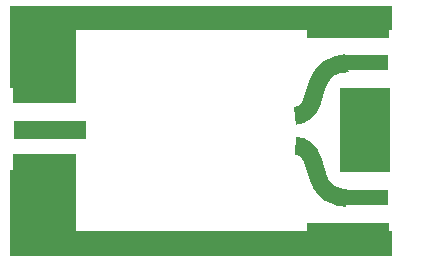
<source format=gbr>
G04 ===== Begin FILE IDENTIFICATION =====*
G04 File Format:  Gerber RS274X*
G04 ===== End FILE IDENTIFICATION =====*
%FSLAX24Y24*%
%MOMM*%
%SFA1.0000B1.0000*%
%OFA0.0B0.0*%
%ADD14R,6.098000X1.528700*%
%ADD15R,4.200000X7.130000*%
%LNcopper_top*%
%IPPOS*%
%LPD*%
G75*
G36*
G01X604633Y346352D02*
G01Y411570D01*
G01X551230D01*
G01Y398070D01*
G01X549000D01*
G01Y325657D01*
G01X872000D01*
G01Y346352D01*
G01X869900D01*
G01Y353088D01*
G01X799828D01*
G01Y346352D01*
G01X604633D01*
G37*
G36*
G01X549000Y468070D02*
G01X551230D01*
G01Y454570D01*
G01X604633D01*
G01Y517102D01*
G01X799828D01*
G01Y510388D01*
G01X869900D01*
G01Y517102D01*
G01X872000D01*
G01Y536883D01*
G01X549000D01*
G01Y468070D01*
G37*
D14*
X582720Y431777D03*
G36*
G01X789491Y451526D02*
G01X790509Y436474D01*
G03X811367Y452954I-1584J23445D01*
G01X816348Y469003D01*
G02X817880Y472221I11897J-3690D01*
G01X819565Y474749D01*
G02X827560Y480068I10365J-6911D01*
G01X835435Y481594D01*
G01X835252Y482538D01*
G01X868900D01*
G01Y495238D01*
G01X832900D01*
G01Y494675D01*
G01X832565Y496406D01*
G01X824689Y494879D01*
G03X807012Y483118I5240J-27041D01*
G01X805327Y480590D01*
G03X801939Y473475I22917J-15277D01*
G01X796958Y457426D01*
G02X789491Y451526I-8034J2493D01*
G01X789491Y451526D01*
G37*
G36*
G01X835685Y380938D02*
G01X835795Y381506D01*
G01X827920Y383032D01*
G02X819925Y388351I2370J12230D01*
G01X818240Y390879D01*
G02X816708Y394097I10365J6908D01*
G01X811727Y410146D01*
G03X790869Y426626I-22442J-6965D01*
G01X789851Y411574D01*
G02X797318Y405674I-567J-8393D01*
G01X802299Y389625D01*
G03X805687Y382510I26305J8162D01*
G01X807372Y379982D01*
G03X825049Y368221I22917J15280D01*
G01X832925Y366694D01*
G01X833224Y368238D01*
G01X868900D01*
G01Y380938D01*
G01X835685D01*
G37*
D15*
X848900Y431738D03*
M02*


</source>
